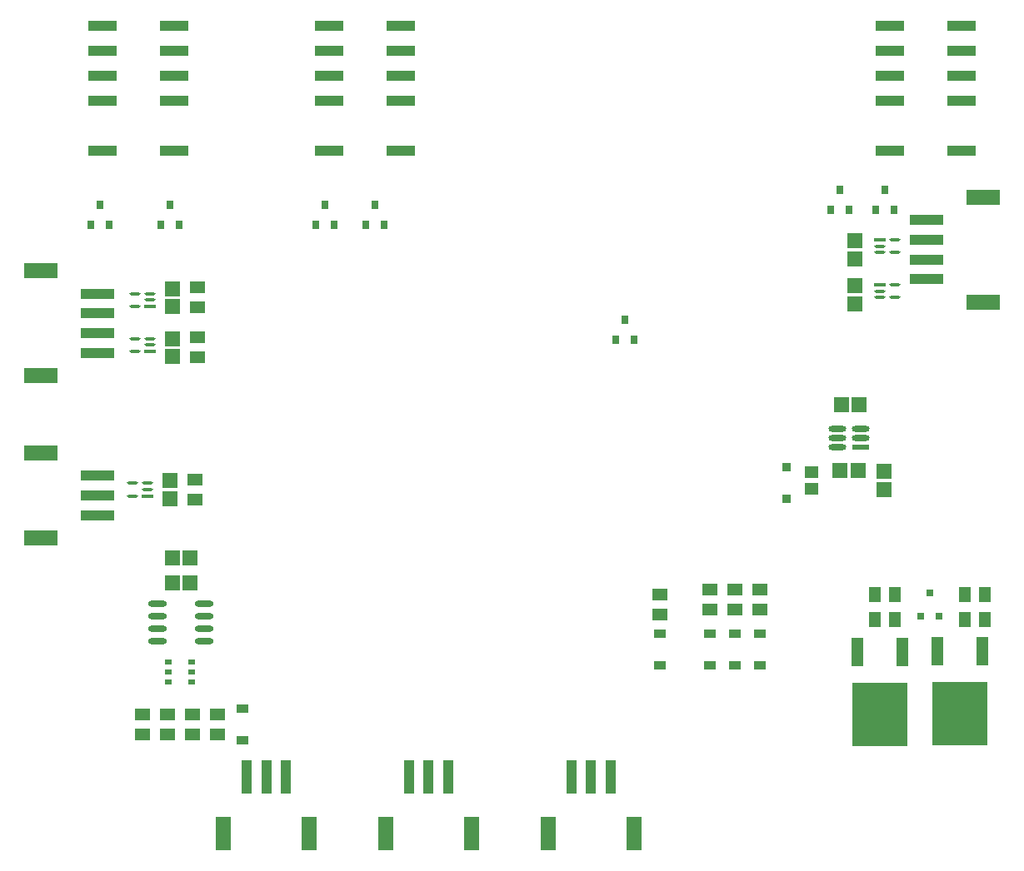
<source format=gtp>
G04*
G04 #@! TF.GenerationSoftware,Altium Limited,Altium Designer,20.2.3 (150)*
G04*
G04 Layer_Color=8421504*
%FSLAX25Y25*%
%MOIN*%
G70*
G04*
G04 #@! TF.SameCoordinates,905A4ADE-4B76-40EE-A630-EEB48A76D6D9*
G04*
G04*
G04 #@! TF.FilePolarity,Positive*
G04*
G01*
G75*
%ADD10R,0.03150X0.03543*%
%ADD11R,0.03150X0.03150*%
%ADD12R,0.04921X0.06102*%
%ADD13R,0.21850X0.25591*%
%ADD14R,0.04921X0.11221*%
%ADD15R,0.06102X0.04921*%
%ADD16R,0.04803X0.03583*%
%ADD17R,0.13780X0.03937*%
%ADD18R,0.13386X0.05906*%
%ADD19R,0.03937X0.13780*%
%ADD20R,0.05906X0.13386*%
%ADD21R,0.06102X0.05906*%
%ADD22R,0.11811X0.04370*%
G04:AMPARAMS|DCode=23|XSize=45.83mil|YSize=13.22mil|CornerRadius=6.61mil|HoleSize=0mil|Usage=FLASHONLY|Rotation=180.000|XOffset=0mil|YOffset=0mil|HoleType=Round|Shape=RoundedRectangle|*
%AMROUNDEDRECTD23*
21,1,0.04583,0.00000,0,0,180.0*
21,1,0.03260,0.01322,0,0,180.0*
1,1,0.01322,-0.01630,0.00000*
1,1,0.01322,0.01630,0.00000*
1,1,0.01322,0.01630,0.00000*
1,1,0.01322,-0.01630,0.00000*
%
%ADD23ROUNDEDRECTD23*%
%ADD24R,0.04583X0.01322*%
%ADD25O,0.07480X0.02362*%
%ADD26R,0.02800X0.02000*%
%ADD27R,0.02800X0.02000*%
%ADD28R,0.02800X0.02000*%
%ADD29R,0.05906X0.06102*%
G04:AMPARAMS|DCode=30|XSize=71.07mil|YSize=24.33mil|CornerRadius=12.17mil|HoleSize=0mil|Usage=FLASHONLY|Rotation=180.000|XOffset=0mil|YOffset=0mil|HoleType=Round|Shape=RoundedRectangle|*
%AMROUNDEDRECTD30*
21,1,0.07107,0.00000,0,0,180.0*
21,1,0.04674,0.02433,0,0,180.0*
1,1,0.02433,-0.02337,0.00000*
1,1,0.02433,0.02337,0.00000*
1,1,0.02433,0.02337,0.00000*
1,1,0.02433,-0.02337,0.00000*
%
%ADD30ROUNDEDRECTD30*%
%ADD31R,0.07107X0.02433*%
%ADD32R,0.05544X0.04748*%
%ADD33R,0.03740X0.03543*%
D10*
X324260Y258063D02*
D03*
X331740D02*
D03*
X328000Y265937D02*
D03*
X242000Y213937D02*
D03*
X245740Y206063D02*
D03*
X238260D02*
D03*
X346000Y265937D02*
D03*
X349740Y258063D02*
D03*
X342260D02*
D03*
X122000Y259937D02*
D03*
X125740Y252063D02*
D03*
X118260D02*
D03*
X142000Y259937D02*
D03*
X145740Y252063D02*
D03*
X138260D02*
D03*
X32000Y259937D02*
D03*
X35740Y252063D02*
D03*
X28260D02*
D03*
X60000Y259937D02*
D03*
X63740Y252063D02*
D03*
X56260D02*
D03*
D11*
X360260Y95276D02*
D03*
X367740D02*
D03*
X364000Y104724D02*
D03*
D12*
X341965Y94000D02*
D03*
X350035D02*
D03*
X341965Y104000D02*
D03*
X350035D02*
D03*
X377965Y94000D02*
D03*
X386035D02*
D03*
X378000Y104000D02*
D03*
X386071D02*
D03*
D13*
X344000Y56000D02*
D03*
X376000Y56242D02*
D03*
D14*
X335024Y81197D02*
D03*
X352976D02*
D03*
X367024Y81439D02*
D03*
X384976D02*
D03*
D15*
X256000Y104035D02*
D03*
Y95965D02*
D03*
X296000Y106035D02*
D03*
Y97965D02*
D03*
X286000Y97965D02*
D03*
Y106035D02*
D03*
X276000Y106035D02*
D03*
Y97965D02*
D03*
X71000Y218929D02*
D03*
Y227000D02*
D03*
X59000Y56035D02*
D03*
Y47965D02*
D03*
X71000Y198929D02*
D03*
Y207000D02*
D03*
X69000Y47965D02*
D03*
Y56035D02*
D03*
X49000Y47965D02*
D03*
Y56035D02*
D03*
X79000Y56035D02*
D03*
Y47965D02*
D03*
X70000Y141965D02*
D03*
Y150035D02*
D03*
D16*
X256000Y75563D02*
D03*
Y88437D02*
D03*
X296000Y75563D02*
D03*
Y88437D02*
D03*
X286000Y75563D02*
D03*
Y88437D02*
D03*
X276000Y75563D02*
D03*
Y88437D02*
D03*
X89000Y45563D02*
D03*
Y58437D02*
D03*
D17*
X31004Y200787D02*
D03*
X31004Y208661D02*
D03*
Y216535D02*
D03*
Y224410D02*
D03*
X362697Y253937D02*
D03*
X362697Y246063D02*
D03*
Y238189D02*
D03*
Y230315D02*
D03*
X31004Y135827D02*
D03*
Y143701D02*
D03*
Y151575D02*
D03*
D18*
X8366Y233661D02*
D03*
Y191535D02*
D03*
X385335Y221063D02*
D03*
Y263189D02*
D03*
X8366Y160827D02*
D03*
Y126575D02*
D03*
D19*
X171260Y31004D02*
D03*
X163386D02*
D03*
X155512D02*
D03*
X106299D02*
D03*
X98425D02*
D03*
X90551D02*
D03*
X236221D02*
D03*
X228346D02*
D03*
X220472D02*
D03*
D20*
X146260Y8366D02*
D03*
X180512D02*
D03*
X81299D02*
D03*
X115551D02*
D03*
X211221D02*
D03*
X245472D02*
D03*
D21*
X345575Y146126D02*
D03*
Y153213D02*
D03*
X61000Y199421D02*
D03*
Y206508D02*
D03*
Y219421D02*
D03*
Y226508D02*
D03*
X60000Y142457D02*
D03*
Y149543D02*
D03*
X334000Y227543D02*
D03*
Y220457D02*
D03*
Y245543D02*
D03*
Y238457D02*
D03*
D22*
X32894Y331693D02*
D03*
X61594D02*
D03*
X32894Y301693D02*
D03*
Y311693D02*
D03*
Y321693D02*
D03*
X61594D02*
D03*
Y311693D02*
D03*
Y301693D02*
D03*
X32894Y281693D02*
D03*
X61594D02*
D03*
X123445Y331693D02*
D03*
X152146D02*
D03*
X123445Y301693D02*
D03*
Y311693D02*
D03*
Y321693D02*
D03*
X152146D02*
D03*
Y311693D02*
D03*
Y301693D02*
D03*
X123445Y281693D02*
D03*
X152146D02*
D03*
X376555D02*
D03*
X347854D02*
D03*
X376555Y301693D02*
D03*
Y311693D02*
D03*
Y321693D02*
D03*
X347854D02*
D03*
Y311693D02*
D03*
Y301693D02*
D03*
X376555Y331693D02*
D03*
X347854D02*
D03*
D23*
X45936Y219406D02*
D03*
Y224524D02*
D03*
X52000D02*
D03*
Y221965D02*
D03*
X45936Y201406D02*
D03*
Y206524D02*
D03*
X52000D02*
D03*
Y203965D02*
D03*
X44968Y143441D02*
D03*
Y148559D02*
D03*
X51032D02*
D03*
Y146000D02*
D03*
X350000Y246000D02*
D03*
Y240882D02*
D03*
X343936D02*
D03*
Y243441D02*
D03*
X350064Y228000D02*
D03*
Y222882D02*
D03*
X344000D02*
D03*
Y225441D02*
D03*
D24*
X52000Y219406D02*
D03*
Y201406D02*
D03*
X51032Y143441D02*
D03*
X343936Y246000D02*
D03*
X344000Y228000D02*
D03*
D25*
X55055Y100286D02*
D03*
Y95286D02*
D03*
Y90286D02*
D03*
Y85286D02*
D03*
X73559Y100286D02*
D03*
Y95286D02*
D03*
Y90286D02*
D03*
Y85286D02*
D03*
D26*
X68600Y76900D02*
D03*
Y73000D02*
D03*
Y69100D02*
D03*
D27*
X59400D02*
D03*
Y73000D02*
D03*
D28*
Y76900D02*
D03*
D29*
X67850Y118786D02*
D03*
X60764D02*
D03*
X67850Y108786D02*
D03*
X60764D02*
D03*
X335119Y153670D02*
D03*
X328032D02*
D03*
X328457Y180000D02*
D03*
X335543D02*
D03*
D30*
X327046Y162930D02*
D03*
Y166670D02*
D03*
Y170410D02*
D03*
X336105D02*
D03*
Y166670D02*
D03*
D31*
Y162930D02*
D03*
D32*
X316575Y146417D02*
D03*
Y152922D02*
D03*
D33*
X306575Y154870D02*
D03*
Y142469D02*
D03*
M02*

</source>
